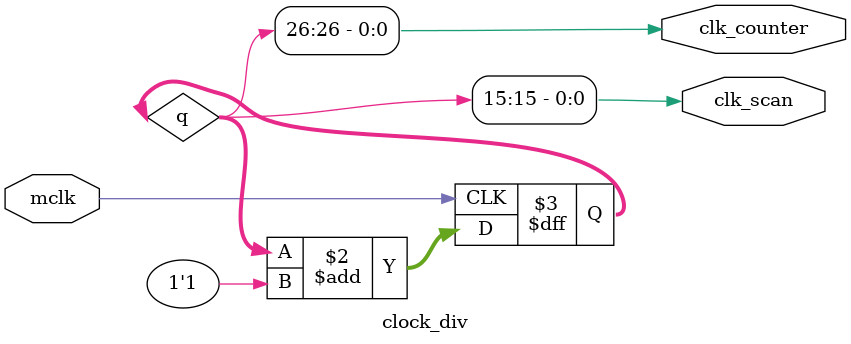
<source format=v>
module clock_div(
    mclk,
    clk_counter,
    clk_scan
);

input mclk;

output clk_counter;
output clk_scan;

reg [26:0] q;

always @(posedge mclk)
begin
    q <= q + 1'b1;
end

assign clk_counter = q[26]; //1Hz
assign clk_scan = q[15];

endmodule

</source>
